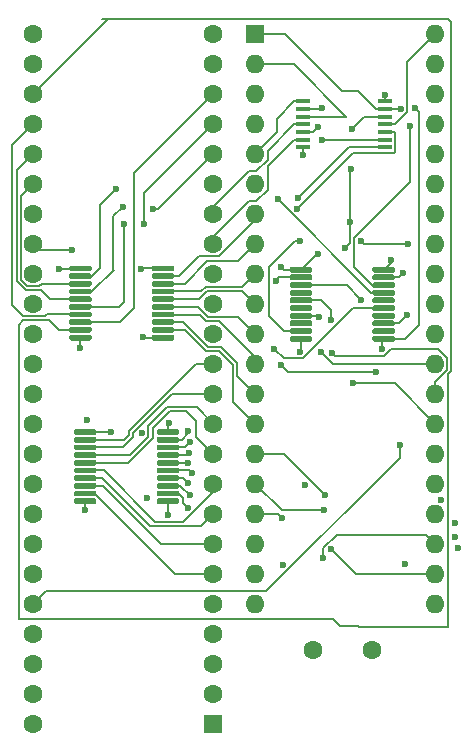
<source format=gbr>
G04 #@! TF.GenerationSoftware,KiCad,Pcbnew,(5.1.8)-1*
G04 #@! TF.CreationDate,2021-03-17T09:54:22-07:00*
G04 #@! TF.ProjectId,MCL64,4d434c36-342e-46b6-9963-61645f706362,rev?*
G04 #@! TF.SameCoordinates,Original*
G04 #@! TF.FileFunction,Copper,L1,Top*
G04 #@! TF.FilePolarity,Positive*
%FSLAX46Y46*%
G04 Gerber Fmt 4.6, Leading zero omitted, Abs format (unit mm)*
G04 Created by KiCad (PCBNEW (5.1.8)-1) date 2021-03-17 09:54:22*
%MOMM*%
%LPD*%
G01*
G04 APERTURE LIST*
G04 #@! TA.AperFunction,ComponentPad*
%ADD10C,1.600000*%
G04 #@! TD*
G04 #@! TA.AperFunction,ComponentPad*
%ADD11R,1.600000X1.600000*%
G04 #@! TD*
G04 #@! TA.AperFunction,SMDPad,CuDef*
%ADD12R,1.200000X0.400000*%
G04 #@! TD*
G04 #@! TA.AperFunction,ComponentPad*
%ADD13O,1.600000X1.600000*%
G04 #@! TD*
G04 #@! TA.AperFunction,ViaPad*
%ADD14C,0.600000*%
G04 #@! TD*
G04 #@! TA.AperFunction,Conductor*
%ADD15C,0.177800*%
G04 #@! TD*
G04 APERTURE END LIST*
D10*
X118532920Y-136410700D03*
X113532920Y-136410700D03*
X89847420Y-142618460D03*
X89847420Y-140078460D03*
X89847420Y-137538460D03*
X89847420Y-134998460D03*
X89847420Y-132458460D03*
X89847420Y-129918460D03*
X89847420Y-127378460D03*
X89847420Y-124838460D03*
X89847420Y-122298460D03*
X89847420Y-119758460D03*
X89847420Y-117218460D03*
X89847420Y-114678460D03*
X89847420Y-112138460D03*
X89847420Y-109598460D03*
D11*
X105087420Y-142618460D03*
D10*
X105087420Y-140078460D03*
X105087420Y-137538460D03*
X105087420Y-134998460D03*
X105087420Y-132458460D03*
X105087420Y-129918460D03*
X105087420Y-127378460D03*
X105087420Y-124838460D03*
X105087420Y-122298460D03*
X105087420Y-119758460D03*
X105087420Y-117218460D03*
X105087420Y-114678460D03*
X105087420Y-112138460D03*
X89847420Y-107058460D03*
X89847420Y-104518460D03*
X89847420Y-101978460D03*
X89847420Y-99438460D03*
X89847420Y-96898460D03*
X89847420Y-94358460D03*
X89847420Y-91818460D03*
X89847420Y-89278460D03*
X89847420Y-86738460D03*
X89847420Y-84198460D03*
X105087420Y-84198460D03*
X105087420Y-86738460D03*
X105087420Y-89278460D03*
X105087420Y-91818460D03*
X105087420Y-109598460D03*
X105087420Y-107058460D03*
X105087420Y-104518460D03*
X105087420Y-94358460D03*
X105087420Y-96898460D03*
X105087420Y-99438460D03*
X105087420Y-101978460D03*
G04 #@! TA.AperFunction,SMDPad,CuDef*
G36*
G01*
X118561960Y-104306720D02*
X118561960Y-104056720D01*
G75*
G02*
X118686960Y-103931720I125000J0D01*
G01*
X120336960Y-103931720D01*
G75*
G02*
X120461960Y-104056720I0J-125000D01*
G01*
X120461960Y-104306720D01*
G75*
G02*
X120336960Y-104431720I-125000J0D01*
G01*
X118686960Y-104431720D01*
G75*
G02*
X118561960Y-104306720I0J125000D01*
G01*
G37*
G04 #@! TD.AperFunction*
G04 #@! TA.AperFunction,SMDPad,CuDef*
G36*
G01*
X118561960Y-104956720D02*
X118561960Y-104706720D01*
G75*
G02*
X118686960Y-104581720I125000J0D01*
G01*
X120336960Y-104581720D01*
G75*
G02*
X120461960Y-104706720I0J-125000D01*
G01*
X120461960Y-104956720D01*
G75*
G02*
X120336960Y-105081720I-125000J0D01*
G01*
X118686960Y-105081720D01*
G75*
G02*
X118561960Y-104956720I0J125000D01*
G01*
G37*
G04 #@! TD.AperFunction*
G04 #@! TA.AperFunction,SMDPad,CuDef*
G36*
G01*
X118561960Y-105606720D02*
X118561960Y-105356720D01*
G75*
G02*
X118686960Y-105231720I125000J0D01*
G01*
X120336960Y-105231720D01*
G75*
G02*
X120461960Y-105356720I0J-125000D01*
G01*
X120461960Y-105606720D01*
G75*
G02*
X120336960Y-105731720I-125000J0D01*
G01*
X118686960Y-105731720D01*
G75*
G02*
X118561960Y-105606720I0J125000D01*
G01*
G37*
G04 #@! TD.AperFunction*
G04 #@! TA.AperFunction,SMDPad,CuDef*
G36*
G01*
X118561960Y-106256720D02*
X118561960Y-106006720D01*
G75*
G02*
X118686960Y-105881720I125000J0D01*
G01*
X120336960Y-105881720D01*
G75*
G02*
X120461960Y-106006720I0J-125000D01*
G01*
X120461960Y-106256720D01*
G75*
G02*
X120336960Y-106381720I-125000J0D01*
G01*
X118686960Y-106381720D01*
G75*
G02*
X118561960Y-106256720I0J125000D01*
G01*
G37*
G04 #@! TD.AperFunction*
G04 #@! TA.AperFunction,SMDPad,CuDef*
G36*
G01*
X118561960Y-106906720D02*
X118561960Y-106656720D01*
G75*
G02*
X118686960Y-106531720I125000J0D01*
G01*
X120336960Y-106531720D01*
G75*
G02*
X120461960Y-106656720I0J-125000D01*
G01*
X120461960Y-106906720D01*
G75*
G02*
X120336960Y-107031720I-125000J0D01*
G01*
X118686960Y-107031720D01*
G75*
G02*
X118561960Y-106906720I0J125000D01*
G01*
G37*
G04 #@! TD.AperFunction*
G04 #@! TA.AperFunction,SMDPad,CuDef*
G36*
G01*
X118561960Y-107556720D02*
X118561960Y-107306720D01*
G75*
G02*
X118686960Y-107181720I125000J0D01*
G01*
X120336960Y-107181720D01*
G75*
G02*
X120461960Y-107306720I0J-125000D01*
G01*
X120461960Y-107556720D01*
G75*
G02*
X120336960Y-107681720I-125000J0D01*
G01*
X118686960Y-107681720D01*
G75*
G02*
X118561960Y-107556720I0J125000D01*
G01*
G37*
G04 #@! TD.AperFunction*
G04 #@! TA.AperFunction,SMDPad,CuDef*
G36*
G01*
X118561960Y-108206720D02*
X118561960Y-107956720D01*
G75*
G02*
X118686960Y-107831720I125000J0D01*
G01*
X120336960Y-107831720D01*
G75*
G02*
X120461960Y-107956720I0J-125000D01*
G01*
X120461960Y-108206720D01*
G75*
G02*
X120336960Y-108331720I-125000J0D01*
G01*
X118686960Y-108331720D01*
G75*
G02*
X118561960Y-108206720I0J125000D01*
G01*
G37*
G04 #@! TD.AperFunction*
G04 #@! TA.AperFunction,SMDPad,CuDef*
G36*
G01*
X118561960Y-108856720D02*
X118561960Y-108606720D01*
G75*
G02*
X118686960Y-108481720I125000J0D01*
G01*
X120336960Y-108481720D01*
G75*
G02*
X120461960Y-108606720I0J-125000D01*
G01*
X120461960Y-108856720D01*
G75*
G02*
X120336960Y-108981720I-125000J0D01*
G01*
X118686960Y-108981720D01*
G75*
G02*
X118561960Y-108856720I0J125000D01*
G01*
G37*
G04 #@! TD.AperFunction*
G04 #@! TA.AperFunction,SMDPad,CuDef*
G36*
G01*
X118561960Y-109506720D02*
X118561960Y-109256720D01*
G75*
G02*
X118686960Y-109131720I125000J0D01*
G01*
X120336960Y-109131720D01*
G75*
G02*
X120461960Y-109256720I0J-125000D01*
G01*
X120461960Y-109506720D01*
G75*
G02*
X120336960Y-109631720I-125000J0D01*
G01*
X118686960Y-109631720D01*
G75*
G02*
X118561960Y-109506720I0J125000D01*
G01*
G37*
G04 #@! TD.AperFunction*
G04 #@! TA.AperFunction,SMDPad,CuDef*
G36*
G01*
X118561960Y-110156720D02*
X118561960Y-109906720D01*
G75*
G02*
X118686960Y-109781720I125000J0D01*
G01*
X120336960Y-109781720D01*
G75*
G02*
X120461960Y-109906720I0J-125000D01*
G01*
X120461960Y-110156720D01*
G75*
G02*
X120336960Y-110281720I-125000J0D01*
G01*
X118686960Y-110281720D01*
G75*
G02*
X118561960Y-110156720I0J125000D01*
G01*
G37*
G04 #@! TD.AperFunction*
G04 #@! TA.AperFunction,SMDPad,CuDef*
G36*
G01*
X111561960Y-110156720D02*
X111561960Y-109906720D01*
G75*
G02*
X111686960Y-109781720I125000J0D01*
G01*
X113336960Y-109781720D01*
G75*
G02*
X113461960Y-109906720I0J-125000D01*
G01*
X113461960Y-110156720D01*
G75*
G02*
X113336960Y-110281720I-125000J0D01*
G01*
X111686960Y-110281720D01*
G75*
G02*
X111561960Y-110156720I0J125000D01*
G01*
G37*
G04 #@! TD.AperFunction*
G04 #@! TA.AperFunction,SMDPad,CuDef*
G36*
G01*
X111561960Y-109506720D02*
X111561960Y-109256720D01*
G75*
G02*
X111686960Y-109131720I125000J0D01*
G01*
X113336960Y-109131720D01*
G75*
G02*
X113461960Y-109256720I0J-125000D01*
G01*
X113461960Y-109506720D01*
G75*
G02*
X113336960Y-109631720I-125000J0D01*
G01*
X111686960Y-109631720D01*
G75*
G02*
X111561960Y-109506720I0J125000D01*
G01*
G37*
G04 #@! TD.AperFunction*
G04 #@! TA.AperFunction,SMDPad,CuDef*
G36*
G01*
X111561960Y-108856720D02*
X111561960Y-108606720D01*
G75*
G02*
X111686960Y-108481720I125000J0D01*
G01*
X113336960Y-108481720D01*
G75*
G02*
X113461960Y-108606720I0J-125000D01*
G01*
X113461960Y-108856720D01*
G75*
G02*
X113336960Y-108981720I-125000J0D01*
G01*
X111686960Y-108981720D01*
G75*
G02*
X111561960Y-108856720I0J125000D01*
G01*
G37*
G04 #@! TD.AperFunction*
G04 #@! TA.AperFunction,SMDPad,CuDef*
G36*
G01*
X111561960Y-108206720D02*
X111561960Y-107956720D01*
G75*
G02*
X111686960Y-107831720I125000J0D01*
G01*
X113336960Y-107831720D01*
G75*
G02*
X113461960Y-107956720I0J-125000D01*
G01*
X113461960Y-108206720D01*
G75*
G02*
X113336960Y-108331720I-125000J0D01*
G01*
X111686960Y-108331720D01*
G75*
G02*
X111561960Y-108206720I0J125000D01*
G01*
G37*
G04 #@! TD.AperFunction*
G04 #@! TA.AperFunction,SMDPad,CuDef*
G36*
G01*
X111561960Y-107556720D02*
X111561960Y-107306720D01*
G75*
G02*
X111686960Y-107181720I125000J0D01*
G01*
X113336960Y-107181720D01*
G75*
G02*
X113461960Y-107306720I0J-125000D01*
G01*
X113461960Y-107556720D01*
G75*
G02*
X113336960Y-107681720I-125000J0D01*
G01*
X111686960Y-107681720D01*
G75*
G02*
X111561960Y-107556720I0J125000D01*
G01*
G37*
G04 #@! TD.AperFunction*
G04 #@! TA.AperFunction,SMDPad,CuDef*
G36*
G01*
X111561960Y-106906720D02*
X111561960Y-106656720D01*
G75*
G02*
X111686960Y-106531720I125000J0D01*
G01*
X113336960Y-106531720D01*
G75*
G02*
X113461960Y-106656720I0J-125000D01*
G01*
X113461960Y-106906720D01*
G75*
G02*
X113336960Y-107031720I-125000J0D01*
G01*
X111686960Y-107031720D01*
G75*
G02*
X111561960Y-106906720I0J125000D01*
G01*
G37*
G04 #@! TD.AperFunction*
G04 #@! TA.AperFunction,SMDPad,CuDef*
G36*
G01*
X111561960Y-106256720D02*
X111561960Y-106006720D01*
G75*
G02*
X111686960Y-105881720I125000J0D01*
G01*
X113336960Y-105881720D01*
G75*
G02*
X113461960Y-106006720I0J-125000D01*
G01*
X113461960Y-106256720D01*
G75*
G02*
X113336960Y-106381720I-125000J0D01*
G01*
X111686960Y-106381720D01*
G75*
G02*
X111561960Y-106256720I0J125000D01*
G01*
G37*
G04 #@! TD.AperFunction*
G04 #@! TA.AperFunction,SMDPad,CuDef*
G36*
G01*
X111561960Y-105606720D02*
X111561960Y-105356720D01*
G75*
G02*
X111686960Y-105231720I125000J0D01*
G01*
X113336960Y-105231720D01*
G75*
G02*
X113461960Y-105356720I0J-125000D01*
G01*
X113461960Y-105606720D01*
G75*
G02*
X113336960Y-105731720I-125000J0D01*
G01*
X111686960Y-105731720D01*
G75*
G02*
X111561960Y-105606720I0J125000D01*
G01*
G37*
G04 #@! TD.AperFunction*
G04 #@! TA.AperFunction,SMDPad,CuDef*
G36*
G01*
X111561960Y-104956720D02*
X111561960Y-104706720D01*
G75*
G02*
X111686960Y-104581720I125000J0D01*
G01*
X113336960Y-104581720D01*
G75*
G02*
X113461960Y-104706720I0J-125000D01*
G01*
X113461960Y-104956720D01*
G75*
G02*
X113336960Y-105081720I-125000J0D01*
G01*
X111686960Y-105081720D01*
G75*
G02*
X111561960Y-104956720I0J125000D01*
G01*
G37*
G04 #@! TD.AperFunction*
G04 #@! TA.AperFunction,SMDPad,CuDef*
G36*
G01*
X111561960Y-104306720D02*
X111561960Y-104056720D01*
G75*
G02*
X111686960Y-103931720I125000J0D01*
G01*
X113336960Y-103931720D01*
G75*
G02*
X113461960Y-104056720I0J-125000D01*
G01*
X113461960Y-104306720D01*
G75*
G02*
X113336960Y-104431720I-125000J0D01*
G01*
X111686960Y-104431720D01*
G75*
G02*
X111561960Y-104306720I0J125000D01*
G01*
G37*
G04 #@! TD.AperFunction*
D12*
X119614360Y-89929420D03*
X119614360Y-90579420D03*
X119614360Y-91229420D03*
X119614360Y-91879420D03*
X119614360Y-92529420D03*
X119614360Y-93179420D03*
X119614360Y-93829420D03*
X112714360Y-93829420D03*
X112714360Y-93179420D03*
X112714360Y-92529420D03*
X112714360Y-91879420D03*
X112714360Y-91229420D03*
X112714360Y-90579420D03*
X112714360Y-89929420D03*
G04 #@! TA.AperFunction,SMDPad,CuDef*
G36*
G01*
X100291740Y-118058280D02*
X100291740Y-117808280D01*
G75*
G02*
X100416740Y-117683280I125000J0D01*
G01*
X102066740Y-117683280D01*
G75*
G02*
X102191740Y-117808280I0J-125000D01*
G01*
X102191740Y-118058280D01*
G75*
G02*
X102066740Y-118183280I-125000J0D01*
G01*
X100416740Y-118183280D01*
G75*
G02*
X100291740Y-118058280I0J125000D01*
G01*
G37*
G04 #@! TD.AperFunction*
G04 #@! TA.AperFunction,SMDPad,CuDef*
G36*
G01*
X100291740Y-118708280D02*
X100291740Y-118458280D01*
G75*
G02*
X100416740Y-118333280I125000J0D01*
G01*
X102066740Y-118333280D01*
G75*
G02*
X102191740Y-118458280I0J-125000D01*
G01*
X102191740Y-118708280D01*
G75*
G02*
X102066740Y-118833280I-125000J0D01*
G01*
X100416740Y-118833280D01*
G75*
G02*
X100291740Y-118708280I0J125000D01*
G01*
G37*
G04 #@! TD.AperFunction*
G04 #@! TA.AperFunction,SMDPad,CuDef*
G36*
G01*
X100291740Y-119358280D02*
X100291740Y-119108280D01*
G75*
G02*
X100416740Y-118983280I125000J0D01*
G01*
X102066740Y-118983280D01*
G75*
G02*
X102191740Y-119108280I0J-125000D01*
G01*
X102191740Y-119358280D01*
G75*
G02*
X102066740Y-119483280I-125000J0D01*
G01*
X100416740Y-119483280D01*
G75*
G02*
X100291740Y-119358280I0J125000D01*
G01*
G37*
G04 #@! TD.AperFunction*
G04 #@! TA.AperFunction,SMDPad,CuDef*
G36*
G01*
X100291740Y-120008280D02*
X100291740Y-119758280D01*
G75*
G02*
X100416740Y-119633280I125000J0D01*
G01*
X102066740Y-119633280D01*
G75*
G02*
X102191740Y-119758280I0J-125000D01*
G01*
X102191740Y-120008280D01*
G75*
G02*
X102066740Y-120133280I-125000J0D01*
G01*
X100416740Y-120133280D01*
G75*
G02*
X100291740Y-120008280I0J125000D01*
G01*
G37*
G04 #@! TD.AperFunction*
G04 #@! TA.AperFunction,SMDPad,CuDef*
G36*
G01*
X100291740Y-120658280D02*
X100291740Y-120408280D01*
G75*
G02*
X100416740Y-120283280I125000J0D01*
G01*
X102066740Y-120283280D01*
G75*
G02*
X102191740Y-120408280I0J-125000D01*
G01*
X102191740Y-120658280D01*
G75*
G02*
X102066740Y-120783280I-125000J0D01*
G01*
X100416740Y-120783280D01*
G75*
G02*
X100291740Y-120658280I0J125000D01*
G01*
G37*
G04 #@! TD.AperFunction*
G04 #@! TA.AperFunction,SMDPad,CuDef*
G36*
G01*
X100291740Y-121308280D02*
X100291740Y-121058280D01*
G75*
G02*
X100416740Y-120933280I125000J0D01*
G01*
X102066740Y-120933280D01*
G75*
G02*
X102191740Y-121058280I0J-125000D01*
G01*
X102191740Y-121308280D01*
G75*
G02*
X102066740Y-121433280I-125000J0D01*
G01*
X100416740Y-121433280D01*
G75*
G02*
X100291740Y-121308280I0J125000D01*
G01*
G37*
G04 #@! TD.AperFunction*
G04 #@! TA.AperFunction,SMDPad,CuDef*
G36*
G01*
X100291740Y-121958280D02*
X100291740Y-121708280D01*
G75*
G02*
X100416740Y-121583280I125000J0D01*
G01*
X102066740Y-121583280D01*
G75*
G02*
X102191740Y-121708280I0J-125000D01*
G01*
X102191740Y-121958280D01*
G75*
G02*
X102066740Y-122083280I-125000J0D01*
G01*
X100416740Y-122083280D01*
G75*
G02*
X100291740Y-121958280I0J125000D01*
G01*
G37*
G04 #@! TD.AperFunction*
G04 #@! TA.AperFunction,SMDPad,CuDef*
G36*
G01*
X100291740Y-122608280D02*
X100291740Y-122358280D01*
G75*
G02*
X100416740Y-122233280I125000J0D01*
G01*
X102066740Y-122233280D01*
G75*
G02*
X102191740Y-122358280I0J-125000D01*
G01*
X102191740Y-122608280D01*
G75*
G02*
X102066740Y-122733280I-125000J0D01*
G01*
X100416740Y-122733280D01*
G75*
G02*
X100291740Y-122608280I0J125000D01*
G01*
G37*
G04 #@! TD.AperFunction*
G04 #@! TA.AperFunction,SMDPad,CuDef*
G36*
G01*
X100291740Y-123258280D02*
X100291740Y-123008280D01*
G75*
G02*
X100416740Y-122883280I125000J0D01*
G01*
X102066740Y-122883280D01*
G75*
G02*
X102191740Y-123008280I0J-125000D01*
G01*
X102191740Y-123258280D01*
G75*
G02*
X102066740Y-123383280I-125000J0D01*
G01*
X100416740Y-123383280D01*
G75*
G02*
X100291740Y-123258280I0J125000D01*
G01*
G37*
G04 #@! TD.AperFunction*
G04 #@! TA.AperFunction,SMDPad,CuDef*
G36*
G01*
X100291740Y-123908280D02*
X100291740Y-123658280D01*
G75*
G02*
X100416740Y-123533280I125000J0D01*
G01*
X102066740Y-123533280D01*
G75*
G02*
X102191740Y-123658280I0J-125000D01*
G01*
X102191740Y-123908280D01*
G75*
G02*
X102066740Y-124033280I-125000J0D01*
G01*
X100416740Y-124033280D01*
G75*
G02*
X100291740Y-123908280I0J125000D01*
G01*
G37*
G04 #@! TD.AperFunction*
G04 #@! TA.AperFunction,SMDPad,CuDef*
G36*
G01*
X93291740Y-123908280D02*
X93291740Y-123658280D01*
G75*
G02*
X93416740Y-123533280I125000J0D01*
G01*
X95066740Y-123533280D01*
G75*
G02*
X95191740Y-123658280I0J-125000D01*
G01*
X95191740Y-123908280D01*
G75*
G02*
X95066740Y-124033280I-125000J0D01*
G01*
X93416740Y-124033280D01*
G75*
G02*
X93291740Y-123908280I0J125000D01*
G01*
G37*
G04 #@! TD.AperFunction*
G04 #@! TA.AperFunction,SMDPad,CuDef*
G36*
G01*
X93291740Y-123258280D02*
X93291740Y-123008280D01*
G75*
G02*
X93416740Y-122883280I125000J0D01*
G01*
X95066740Y-122883280D01*
G75*
G02*
X95191740Y-123008280I0J-125000D01*
G01*
X95191740Y-123258280D01*
G75*
G02*
X95066740Y-123383280I-125000J0D01*
G01*
X93416740Y-123383280D01*
G75*
G02*
X93291740Y-123258280I0J125000D01*
G01*
G37*
G04 #@! TD.AperFunction*
G04 #@! TA.AperFunction,SMDPad,CuDef*
G36*
G01*
X93291740Y-122608280D02*
X93291740Y-122358280D01*
G75*
G02*
X93416740Y-122233280I125000J0D01*
G01*
X95066740Y-122233280D01*
G75*
G02*
X95191740Y-122358280I0J-125000D01*
G01*
X95191740Y-122608280D01*
G75*
G02*
X95066740Y-122733280I-125000J0D01*
G01*
X93416740Y-122733280D01*
G75*
G02*
X93291740Y-122608280I0J125000D01*
G01*
G37*
G04 #@! TD.AperFunction*
G04 #@! TA.AperFunction,SMDPad,CuDef*
G36*
G01*
X93291740Y-121958280D02*
X93291740Y-121708280D01*
G75*
G02*
X93416740Y-121583280I125000J0D01*
G01*
X95066740Y-121583280D01*
G75*
G02*
X95191740Y-121708280I0J-125000D01*
G01*
X95191740Y-121958280D01*
G75*
G02*
X95066740Y-122083280I-125000J0D01*
G01*
X93416740Y-122083280D01*
G75*
G02*
X93291740Y-121958280I0J125000D01*
G01*
G37*
G04 #@! TD.AperFunction*
G04 #@! TA.AperFunction,SMDPad,CuDef*
G36*
G01*
X93291740Y-121308280D02*
X93291740Y-121058280D01*
G75*
G02*
X93416740Y-120933280I125000J0D01*
G01*
X95066740Y-120933280D01*
G75*
G02*
X95191740Y-121058280I0J-125000D01*
G01*
X95191740Y-121308280D01*
G75*
G02*
X95066740Y-121433280I-125000J0D01*
G01*
X93416740Y-121433280D01*
G75*
G02*
X93291740Y-121308280I0J125000D01*
G01*
G37*
G04 #@! TD.AperFunction*
G04 #@! TA.AperFunction,SMDPad,CuDef*
G36*
G01*
X93291740Y-120658280D02*
X93291740Y-120408280D01*
G75*
G02*
X93416740Y-120283280I125000J0D01*
G01*
X95066740Y-120283280D01*
G75*
G02*
X95191740Y-120408280I0J-125000D01*
G01*
X95191740Y-120658280D01*
G75*
G02*
X95066740Y-120783280I-125000J0D01*
G01*
X93416740Y-120783280D01*
G75*
G02*
X93291740Y-120658280I0J125000D01*
G01*
G37*
G04 #@! TD.AperFunction*
G04 #@! TA.AperFunction,SMDPad,CuDef*
G36*
G01*
X93291740Y-120008280D02*
X93291740Y-119758280D01*
G75*
G02*
X93416740Y-119633280I125000J0D01*
G01*
X95066740Y-119633280D01*
G75*
G02*
X95191740Y-119758280I0J-125000D01*
G01*
X95191740Y-120008280D01*
G75*
G02*
X95066740Y-120133280I-125000J0D01*
G01*
X93416740Y-120133280D01*
G75*
G02*
X93291740Y-120008280I0J125000D01*
G01*
G37*
G04 #@! TD.AperFunction*
G04 #@! TA.AperFunction,SMDPad,CuDef*
G36*
G01*
X93291740Y-119358280D02*
X93291740Y-119108280D01*
G75*
G02*
X93416740Y-118983280I125000J0D01*
G01*
X95066740Y-118983280D01*
G75*
G02*
X95191740Y-119108280I0J-125000D01*
G01*
X95191740Y-119358280D01*
G75*
G02*
X95066740Y-119483280I-125000J0D01*
G01*
X93416740Y-119483280D01*
G75*
G02*
X93291740Y-119358280I0J125000D01*
G01*
G37*
G04 #@! TD.AperFunction*
G04 #@! TA.AperFunction,SMDPad,CuDef*
G36*
G01*
X93291740Y-118708280D02*
X93291740Y-118458280D01*
G75*
G02*
X93416740Y-118333280I125000J0D01*
G01*
X95066740Y-118333280D01*
G75*
G02*
X95191740Y-118458280I0J-125000D01*
G01*
X95191740Y-118708280D01*
G75*
G02*
X95066740Y-118833280I-125000J0D01*
G01*
X93416740Y-118833280D01*
G75*
G02*
X93291740Y-118708280I0J125000D01*
G01*
G37*
G04 #@! TD.AperFunction*
G04 #@! TA.AperFunction,SMDPad,CuDef*
G36*
G01*
X93291740Y-118058280D02*
X93291740Y-117808280D01*
G75*
G02*
X93416740Y-117683280I125000J0D01*
G01*
X95066740Y-117683280D01*
G75*
G02*
X95191740Y-117808280I0J-125000D01*
G01*
X95191740Y-118058280D01*
G75*
G02*
X95066740Y-118183280I-125000J0D01*
G01*
X93416740Y-118183280D01*
G75*
G02*
X93291740Y-118058280I0J125000D01*
G01*
G37*
G04 #@! TD.AperFunction*
G04 #@! TA.AperFunction,SMDPad,CuDef*
G36*
G01*
X99885340Y-104202580D02*
X99885340Y-103952580D01*
G75*
G02*
X100010340Y-103827580I125000J0D01*
G01*
X101660340Y-103827580D01*
G75*
G02*
X101785340Y-103952580I0J-125000D01*
G01*
X101785340Y-104202580D01*
G75*
G02*
X101660340Y-104327580I-125000J0D01*
G01*
X100010340Y-104327580D01*
G75*
G02*
X99885340Y-104202580I0J125000D01*
G01*
G37*
G04 #@! TD.AperFunction*
G04 #@! TA.AperFunction,SMDPad,CuDef*
G36*
G01*
X99885340Y-104852580D02*
X99885340Y-104602580D01*
G75*
G02*
X100010340Y-104477580I125000J0D01*
G01*
X101660340Y-104477580D01*
G75*
G02*
X101785340Y-104602580I0J-125000D01*
G01*
X101785340Y-104852580D01*
G75*
G02*
X101660340Y-104977580I-125000J0D01*
G01*
X100010340Y-104977580D01*
G75*
G02*
X99885340Y-104852580I0J125000D01*
G01*
G37*
G04 #@! TD.AperFunction*
G04 #@! TA.AperFunction,SMDPad,CuDef*
G36*
G01*
X99885340Y-105502580D02*
X99885340Y-105252580D01*
G75*
G02*
X100010340Y-105127580I125000J0D01*
G01*
X101660340Y-105127580D01*
G75*
G02*
X101785340Y-105252580I0J-125000D01*
G01*
X101785340Y-105502580D01*
G75*
G02*
X101660340Y-105627580I-125000J0D01*
G01*
X100010340Y-105627580D01*
G75*
G02*
X99885340Y-105502580I0J125000D01*
G01*
G37*
G04 #@! TD.AperFunction*
G04 #@! TA.AperFunction,SMDPad,CuDef*
G36*
G01*
X99885340Y-106152580D02*
X99885340Y-105902580D01*
G75*
G02*
X100010340Y-105777580I125000J0D01*
G01*
X101660340Y-105777580D01*
G75*
G02*
X101785340Y-105902580I0J-125000D01*
G01*
X101785340Y-106152580D01*
G75*
G02*
X101660340Y-106277580I-125000J0D01*
G01*
X100010340Y-106277580D01*
G75*
G02*
X99885340Y-106152580I0J125000D01*
G01*
G37*
G04 #@! TD.AperFunction*
G04 #@! TA.AperFunction,SMDPad,CuDef*
G36*
G01*
X99885340Y-106802580D02*
X99885340Y-106552580D01*
G75*
G02*
X100010340Y-106427580I125000J0D01*
G01*
X101660340Y-106427580D01*
G75*
G02*
X101785340Y-106552580I0J-125000D01*
G01*
X101785340Y-106802580D01*
G75*
G02*
X101660340Y-106927580I-125000J0D01*
G01*
X100010340Y-106927580D01*
G75*
G02*
X99885340Y-106802580I0J125000D01*
G01*
G37*
G04 #@! TD.AperFunction*
G04 #@! TA.AperFunction,SMDPad,CuDef*
G36*
G01*
X99885340Y-107452580D02*
X99885340Y-107202580D01*
G75*
G02*
X100010340Y-107077580I125000J0D01*
G01*
X101660340Y-107077580D01*
G75*
G02*
X101785340Y-107202580I0J-125000D01*
G01*
X101785340Y-107452580D01*
G75*
G02*
X101660340Y-107577580I-125000J0D01*
G01*
X100010340Y-107577580D01*
G75*
G02*
X99885340Y-107452580I0J125000D01*
G01*
G37*
G04 #@! TD.AperFunction*
G04 #@! TA.AperFunction,SMDPad,CuDef*
G36*
G01*
X99885340Y-108102580D02*
X99885340Y-107852580D01*
G75*
G02*
X100010340Y-107727580I125000J0D01*
G01*
X101660340Y-107727580D01*
G75*
G02*
X101785340Y-107852580I0J-125000D01*
G01*
X101785340Y-108102580D01*
G75*
G02*
X101660340Y-108227580I-125000J0D01*
G01*
X100010340Y-108227580D01*
G75*
G02*
X99885340Y-108102580I0J125000D01*
G01*
G37*
G04 #@! TD.AperFunction*
G04 #@! TA.AperFunction,SMDPad,CuDef*
G36*
G01*
X99885340Y-108752580D02*
X99885340Y-108502580D01*
G75*
G02*
X100010340Y-108377580I125000J0D01*
G01*
X101660340Y-108377580D01*
G75*
G02*
X101785340Y-108502580I0J-125000D01*
G01*
X101785340Y-108752580D01*
G75*
G02*
X101660340Y-108877580I-125000J0D01*
G01*
X100010340Y-108877580D01*
G75*
G02*
X99885340Y-108752580I0J125000D01*
G01*
G37*
G04 #@! TD.AperFunction*
G04 #@! TA.AperFunction,SMDPad,CuDef*
G36*
G01*
X99885340Y-109402580D02*
X99885340Y-109152580D01*
G75*
G02*
X100010340Y-109027580I125000J0D01*
G01*
X101660340Y-109027580D01*
G75*
G02*
X101785340Y-109152580I0J-125000D01*
G01*
X101785340Y-109402580D01*
G75*
G02*
X101660340Y-109527580I-125000J0D01*
G01*
X100010340Y-109527580D01*
G75*
G02*
X99885340Y-109402580I0J125000D01*
G01*
G37*
G04 #@! TD.AperFunction*
G04 #@! TA.AperFunction,SMDPad,CuDef*
G36*
G01*
X99885340Y-110052580D02*
X99885340Y-109802580D01*
G75*
G02*
X100010340Y-109677580I125000J0D01*
G01*
X101660340Y-109677580D01*
G75*
G02*
X101785340Y-109802580I0J-125000D01*
G01*
X101785340Y-110052580D01*
G75*
G02*
X101660340Y-110177580I-125000J0D01*
G01*
X100010340Y-110177580D01*
G75*
G02*
X99885340Y-110052580I0J125000D01*
G01*
G37*
G04 #@! TD.AperFunction*
G04 #@! TA.AperFunction,SMDPad,CuDef*
G36*
G01*
X92885340Y-110052580D02*
X92885340Y-109802580D01*
G75*
G02*
X93010340Y-109677580I125000J0D01*
G01*
X94660340Y-109677580D01*
G75*
G02*
X94785340Y-109802580I0J-125000D01*
G01*
X94785340Y-110052580D01*
G75*
G02*
X94660340Y-110177580I-125000J0D01*
G01*
X93010340Y-110177580D01*
G75*
G02*
X92885340Y-110052580I0J125000D01*
G01*
G37*
G04 #@! TD.AperFunction*
G04 #@! TA.AperFunction,SMDPad,CuDef*
G36*
G01*
X92885340Y-109402580D02*
X92885340Y-109152580D01*
G75*
G02*
X93010340Y-109027580I125000J0D01*
G01*
X94660340Y-109027580D01*
G75*
G02*
X94785340Y-109152580I0J-125000D01*
G01*
X94785340Y-109402580D01*
G75*
G02*
X94660340Y-109527580I-125000J0D01*
G01*
X93010340Y-109527580D01*
G75*
G02*
X92885340Y-109402580I0J125000D01*
G01*
G37*
G04 #@! TD.AperFunction*
G04 #@! TA.AperFunction,SMDPad,CuDef*
G36*
G01*
X92885340Y-108752580D02*
X92885340Y-108502580D01*
G75*
G02*
X93010340Y-108377580I125000J0D01*
G01*
X94660340Y-108377580D01*
G75*
G02*
X94785340Y-108502580I0J-125000D01*
G01*
X94785340Y-108752580D01*
G75*
G02*
X94660340Y-108877580I-125000J0D01*
G01*
X93010340Y-108877580D01*
G75*
G02*
X92885340Y-108752580I0J125000D01*
G01*
G37*
G04 #@! TD.AperFunction*
G04 #@! TA.AperFunction,SMDPad,CuDef*
G36*
G01*
X92885340Y-108102580D02*
X92885340Y-107852580D01*
G75*
G02*
X93010340Y-107727580I125000J0D01*
G01*
X94660340Y-107727580D01*
G75*
G02*
X94785340Y-107852580I0J-125000D01*
G01*
X94785340Y-108102580D01*
G75*
G02*
X94660340Y-108227580I-125000J0D01*
G01*
X93010340Y-108227580D01*
G75*
G02*
X92885340Y-108102580I0J125000D01*
G01*
G37*
G04 #@! TD.AperFunction*
G04 #@! TA.AperFunction,SMDPad,CuDef*
G36*
G01*
X92885340Y-107452580D02*
X92885340Y-107202580D01*
G75*
G02*
X93010340Y-107077580I125000J0D01*
G01*
X94660340Y-107077580D01*
G75*
G02*
X94785340Y-107202580I0J-125000D01*
G01*
X94785340Y-107452580D01*
G75*
G02*
X94660340Y-107577580I-125000J0D01*
G01*
X93010340Y-107577580D01*
G75*
G02*
X92885340Y-107452580I0J125000D01*
G01*
G37*
G04 #@! TD.AperFunction*
G04 #@! TA.AperFunction,SMDPad,CuDef*
G36*
G01*
X92885340Y-106802580D02*
X92885340Y-106552580D01*
G75*
G02*
X93010340Y-106427580I125000J0D01*
G01*
X94660340Y-106427580D01*
G75*
G02*
X94785340Y-106552580I0J-125000D01*
G01*
X94785340Y-106802580D01*
G75*
G02*
X94660340Y-106927580I-125000J0D01*
G01*
X93010340Y-106927580D01*
G75*
G02*
X92885340Y-106802580I0J125000D01*
G01*
G37*
G04 #@! TD.AperFunction*
G04 #@! TA.AperFunction,SMDPad,CuDef*
G36*
G01*
X92885340Y-106152580D02*
X92885340Y-105902580D01*
G75*
G02*
X93010340Y-105777580I125000J0D01*
G01*
X94660340Y-105777580D01*
G75*
G02*
X94785340Y-105902580I0J-125000D01*
G01*
X94785340Y-106152580D01*
G75*
G02*
X94660340Y-106277580I-125000J0D01*
G01*
X93010340Y-106277580D01*
G75*
G02*
X92885340Y-106152580I0J125000D01*
G01*
G37*
G04 #@! TD.AperFunction*
G04 #@! TA.AperFunction,SMDPad,CuDef*
G36*
G01*
X92885340Y-105502580D02*
X92885340Y-105252580D01*
G75*
G02*
X93010340Y-105127580I125000J0D01*
G01*
X94660340Y-105127580D01*
G75*
G02*
X94785340Y-105252580I0J-125000D01*
G01*
X94785340Y-105502580D01*
G75*
G02*
X94660340Y-105627580I-125000J0D01*
G01*
X93010340Y-105627580D01*
G75*
G02*
X92885340Y-105502580I0J125000D01*
G01*
G37*
G04 #@! TD.AperFunction*
G04 #@! TA.AperFunction,SMDPad,CuDef*
G36*
G01*
X92885340Y-104852580D02*
X92885340Y-104602580D01*
G75*
G02*
X93010340Y-104477580I125000J0D01*
G01*
X94660340Y-104477580D01*
G75*
G02*
X94785340Y-104602580I0J-125000D01*
G01*
X94785340Y-104852580D01*
G75*
G02*
X94660340Y-104977580I-125000J0D01*
G01*
X93010340Y-104977580D01*
G75*
G02*
X92885340Y-104852580I0J125000D01*
G01*
G37*
G04 #@! TD.AperFunction*
G04 #@! TA.AperFunction,SMDPad,CuDef*
G36*
G01*
X92885340Y-104202580D02*
X92885340Y-103952580D01*
G75*
G02*
X93010340Y-103827580I125000J0D01*
G01*
X94660340Y-103827580D01*
G75*
G02*
X94785340Y-103952580I0J-125000D01*
G01*
X94785340Y-104202580D01*
G75*
G02*
X94660340Y-104327580I-125000J0D01*
G01*
X93010340Y-104327580D01*
G75*
G02*
X92885340Y-104202580I0J125000D01*
G01*
G37*
G04 #@! TD.AperFunction*
D13*
X123873260Y-84226400D03*
X108633260Y-132486400D03*
X123873260Y-86766400D03*
X108633260Y-129946400D03*
X123873260Y-89306400D03*
X108633260Y-127406400D03*
X123873260Y-91846400D03*
X108633260Y-124866400D03*
X123873260Y-94386400D03*
X108633260Y-122326400D03*
X123873260Y-96926400D03*
X108633260Y-119786400D03*
X123873260Y-99466400D03*
X108633260Y-117246400D03*
X123873260Y-102006400D03*
X108633260Y-114706400D03*
X123873260Y-104546400D03*
X108633260Y-112166400D03*
X123873260Y-107086400D03*
X108633260Y-109626400D03*
X123873260Y-109626400D03*
X108633260Y-107086400D03*
X123873260Y-112166400D03*
X108633260Y-104546400D03*
X123873260Y-114706400D03*
X108633260Y-102006400D03*
X123873260Y-117246400D03*
X108633260Y-99466400D03*
X123873260Y-119786400D03*
X108633260Y-96926400D03*
X123873260Y-122326400D03*
X108633260Y-94386400D03*
X123873260Y-124866400D03*
X108633260Y-91846400D03*
X123873260Y-127406400D03*
X108633260Y-89306400D03*
X123873260Y-129946400D03*
X108633260Y-86766400D03*
X123873260Y-132486400D03*
D11*
X108633260Y-84226400D03*
D14*
X93776800Y-110850680D03*
X94206060Y-124510800D03*
X121340880Y-129120900D03*
X112682020Y-94510860D03*
X112395000Y-111115140D03*
X99458320Y-123536536D03*
X99030574Y-118039163D03*
X121185940Y-104467660D03*
X98953320Y-104084120D03*
X99118420Y-109893100D03*
X94373415Y-116907004D03*
X119608600Y-89369900D03*
X112861049Y-122387399D03*
X110996055Y-129179915D03*
X101257100Y-124914660D03*
X101300938Y-117150571D03*
X120103900Y-103344980D03*
X120947180Y-90589100D03*
X122163840Y-90528140D03*
X119359680Y-110871000D03*
X118862321Y-112872108D03*
X110794802Y-112227360D03*
X114269520Y-93215460D03*
X113976064Y-92120554D03*
X121737120Y-92024200D03*
X112400080Y-101747320D03*
X114165380Y-111147860D03*
X114003415Y-108203405D03*
X115039140Y-108437680D03*
X115120420Y-111218980D03*
X117617240Y-106718100D03*
X116946680Y-113802160D03*
X102956360Y-117835680D03*
X110944660Y-125211840D03*
X103088440Y-118803420D03*
X114429540Y-124566680D03*
X103045262Y-119715280D03*
X114551460Y-123276360D03*
X102967002Y-120549790D03*
X103272143Y-121413051D03*
X102941119Y-122222260D03*
X103075740Y-123294140D03*
X102981760Y-124340620D03*
X114363500Y-128587500D03*
X115082988Y-127851570D03*
X99213166Y-100345049D03*
X97502980Y-100345049D03*
X100020120Y-99032060D03*
X97401380Y-98902520D03*
X96888300Y-97312480D03*
X113982500Y-102859840D03*
X116662200Y-100159820D03*
X116743480Y-95633540D03*
X114287300Y-90510360D03*
X121592340Y-102029260D03*
X116258340Y-102339140D03*
X117584521Y-101765100D03*
X110789720Y-103929180D03*
X91996260Y-104094280D03*
X125778260Y-127774700D03*
X125544788Y-126779976D03*
X125549660Y-125630940D03*
X124345410Y-123703080D03*
X116791740Y-92273120D03*
X110523020Y-98231960D03*
X110230920Y-110871000D03*
X121495820Y-108013500D03*
X120901460Y-119062500D03*
X110414399Y-105105951D03*
X96464410Y-117940757D03*
X112273080Y-98145600D03*
X112174020Y-99067620D03*
X93139260Y-102532180D03*
D15*
X93835340Y-110792140D02*
X93776800Y-110850680D01*
X93835340Y-109927580D02*
X93835340Y-110792140D01*
X94241740Y-124475120D02*
X94206060Y-124510800D01*
X94241740Y-123783280D02*
X94241740Y-124475120D01*
X112714360Y-94478520D02*
X112682020Y-94510860D01*
X112714360Y-93829420D02*
X112714360Y-94478520D01*
X112511960Y-110998180D02*
X112395000Y-111115140D01*
X112511960Y-110031720D02*
X112511960Y-110998180D01*
X120821880Y-104831720D02*
X121185940Y-104467660D01*
X119511960Y-104831720D02*
X120821880Y-104831720D01*
X98959860Y-104077580D02*
X98953320Y-104084120D01*
X100835340Y-104077580D02*
X98959860Y-104077580D01*
X99152900Y-109927580D02*
X99118420Y-109893100D01*
X100835340Y-109927580D02*
X99152900Y-109927580D01*
X119614360Y-89375660D02*
X119608600Y-89369900D01*
X119614360Y-89929420D02*
X119614360Y-89375660D01*
X101241740Y-124899300D02*
X101257100Y-124914660D01*
X101241740Y-123783280D02*
X101241740Y-124899300D01*
X101241740Y-117933280D02*
X101241740Y-117209769D01*
X101241740Y-117209769D02*
X101300938Y-117150571D01*
X119511960Y-104181720D02*
X120103900Y-103589780D01*
X120103900Y-103589780D02*
X120103900Y-103344980D01*
X118836560Y-90579420D02*
X117297200Y-89040060D01*
X119614360Y-90579420D02*
X118836560Y-90579420D01*
X117297200Y-89040060D02*
X115969140Y-89040060D01*
X111155480Y-84226400D02*
X108633260Y-84226400D01*
X115969140Y-89040060D02*
X111155480Y-84226400D01*
X120937500Y-90579420D02*
X120947180Y-90589100D01*
X119614360Y-90579420D02*
X120937500Y-90579420D01*
X122463839Y-90828139D02*
X122463839Y-108861581D01*
X121293700Y-110031720D02*
X119511960Y-110031720D01*
X122163840Y-90528140D02*
X122463839Y-90828139D01*
X122463839Y-108861581D02*
X121293700Y-110031720D01*
X119359680Y-110184000D02*
X119511960Y-110031720D01*
X119359680Y-110871000D02*
X119359680Y-110184000D01*
X118862321Y-112872108D02*
X111439550Y-112872108D01*
X111439550Y-112872108D02*
X110794802Y-112227360D01*
X123873260Y-84226400D02*
X121513882Y-86585778D01*
X121513882Y-86585778D02*
X121513882Y-90861118D01*
X121513882Y-90861118D02*
X120495580Y-91879420D01*
X120495580Y-91879420D02*
X119614360Y-91879420D01*
X114305560Y-93179420D02*
X114269520Y-93215460D01*
X119614360Y-93179420D02*
X114305560Y-93179420D01*
X112714360Y-92529420D02*
X113567198Y-92529420D01*
X113567198Y-92529420D02*
X113976064Y-92120554D01*
X116347480Y-91229420D02*
X111884460Y-86766400D01*
X112714360Y-91229420D02*
X116347480Y-91229420D01*
X111884460Y-86766400D02*
X108633260Y-86766400D01*
X111936560Y-89929420D02*
X110464600Y-91401380D01*
X112714360Y-89929420D02*
X111936560Y-89929420D01*
X110464600Y-92555060D02*
X108633260Y-94386400D01*
X110464600Y-91401380D02*
X110464600Y-92555060D01*
X119511960Y-105481720D02*
X118561960Y-105481720D01*
X118561960Y-105481720D02*
X117017811Y-103937571D01*
X117017811Y-103937571D02*
X117017811Y-101477549D01*
X121737120Y-96758240D02*
X121737120Y-92024200D01*
X117017811Y-101477549D02*
X121737120Y-96758240D01*
X111975816Y-101747320D02*
X112400080Y-101747320D01*
X109783599Y-103939537D02*
X111975816Y-101747320D01*
X109783599Y-108114819D02*
X109783599Y-103939537D01*
X111050500Y-109381720D02*
X109783599Y-108114819D01*
X112511960Y-109381720D02*
X111050500Y-109381720D01*
X115183920Y-112166400D02*
X123873260Y-112166400D01*
X114165380Y-111147860D02*
X115183920Y-112166400D01*
X112511960Y-108081720D02*
X113881730Y-108081720D01*
X113881730Y-108081720D02*
X114003415Y-108203405D01*
X123873260Y-113669934D02*
X123873260Y-114706400D01*
X124889161Y-112654033D02*
X123873260Y-113669934D01*
X120150417Y-110918981D02*
X124129375Y-110918981D01*
X124889161Y-111678767D02*
X124889161Y-112654033D01*
X119550419Y-111518979D02*
X120150417Y-110918981D01*
X124129375Y-110918981D02*
X124889161Y-111678767D01*
X115420419Y-111518979D02*
X119550419Y-111518979D01*
X115120420Y-111218980D02*
X115420419Y-111518979D01*
X115039140Y-107607100D02*
X115039140Y-108437680D01*
X114213760Y-106781720D02*
X115039140Y-107607100D01*
X112511960Y-106781720D02*
X114213760Y-106781720D01*
X116380860Y-105481720D02*
X117617240Y-106718100D01*
X112511960Y-105481720D02*
X116380860Y-105481720D01*
X120429020Y-113802160D02*
X123873260Y-117246400D01*
X116946680Y-113802160D02*
X120429020Y-113802160D01*
X102396720Y-118583280D02*
X102956360Y-118023640D01*
X102956360Y-118023640D02*
X102956360Y-117835680D01*
X101241740Y-118583280D02*
X102396720Y-118583280D01*
X110599220Y-124866400D02*
X108633260Y-124866400D01*
X110944660Y-125211840D02*
X110599220Y-124866400D01*
X102658580Y-119233280D02*
X103088440Y-118803420D01*
X101241740Y-119233280D02*
X102658580Y-119233280D01*
X114429540Y-124566680D02*
X110873540Y-124566680D01*
X110873540Y-124566680D02*
X108633260Y-122326400D01*
X102877262Y-119883280D02*
X103045262Y-119715280D01*
X101241740Y-119883280D02*
X102877262Y-119883280D01*
X114551460Y-123276360D02*
X111061500Y-119786400D01*
X111061500Y-119786400D02*
X108633260Y-119786400D01*
X101241740Y-120533280D02*
X102950492Y-120533280D01*
X102950492Y-120533280D02*
X102967002Y-120549790D01*
X104479092Y-111071759D02*
X105599437Y-111071759D01*
X102684913Y-109277580D02*
X104479092Y-111071759D01*
X105599437Y-111071759D02*
X106779060Y-112251382D01*
X100835340Y-109277580D02*
X102684913Y-109277580D01*
X106779060Y-115392200D02*
X108633260Y-117246400D01*
X106779060Y-112251382D02*
X106779060Y-115392200D01*
X103042372Y-121183280D02*
X103272143Y-121413051D01*
X101241740Y-121183280D02*
X103042372Y-121183280D01*
X100835340Y-108627580D02*
X102537821Y-108627580D01*
X107134671Y-112104084D02*
X107134671Y-113207811D01*
X107134671Y-113207811D02*
X108633260Y-114706400D01*
X102537821Y-108627580D02*
X104626389Y-110716148D01*
X104626389Y-110716148D02*
X105746735Y-110716148D01*
X105746735Y-110716148D02*
X107134671Y-112104084D01*
X102552139Y-121833280D02*
X102941119Y-122222260D01*
X101241740Y-121833280D02*
X102552139Y-121833280D01*
X108633260Y-111565582D02*
X108633260Y-112166400D01*
X105599437Y-108531759D02*
X108633260Y-111565582D01*
X103924914Y-107977580D02*
X104479093Y-108531759D01*
X100835340Y-107977580D02*
X103924914Y-107977580D01*
X104479093Y-108531759D02*
X105599437Y-108531759D01*
X102264880Y-122483280D02*
X103075740Y-123294140D01*
X101241740Y-122483280D02*
X102264880Y-122483280D01*
X107183008Y-108176148D02*
X108633260Y-109626400D01*
X100835340Y-107327580D02*
X103777822Y-107327580D01*
X103777822Y-107327580D02*
X104626390Y-108176148D01*
X104626390Y-108176148D02*
X107183008Y-108176148D01*
X101241740Y-123133280D02*
X102191740Y-123133280D01*
X102559839Y-123918699D02*
X102981760Y-124340620D01*
X102191740Y-123133280D02*
X102559839Y-123501379D01*
X102559839Y-123501379D02*
X102559839Y-123918699D01*
X107538619Y-105991759D02*
X108633260Y-107086400D01*
X103889582Y-106677580D02*
X104575403Y-105991759D01*
X100835340Y-106677580D02*
X103889582Y-106677580D01*
X104575403Y-105991759D02*
X107538619Y-105991759D01*
X100835340Y-106027580D02*
X104036673Y-106027580D01*
X104036673Y-106027580D02*
X104428105Y-105636148D01*
X104428105Y-105636148D02*
X107543512Y-105636148D01*
X107543512Y-105636148D02*
X108633260Y-104546400D01*
X107187901Y-103451759D02*
X108633260Y-102006400D01*
X104575403Y-103451759D02*
X107187901Y-103451759D01*
X102649582Y-105377580D02*
X104575403Y-103451759D01*
X100835340Y-105377580D02*
X102649582Y-105377580D01*
X108633260Y-100011338D02*
X108633260Y-99466400D01*
X105599437Y-103045161D02*
X108633260Y-100011338D01*
X103863239Y-103045161D02*
X105599437Y-103045161D01*
X102180820Y-104727580D02*
X103863239Y-103045161D01*
X100835340Y-104727580D02*
X102180820Y-104727580D01*
X123873260Y-127406400D02*
X123073261Y-126606401D01*
X114363500Y-127769608D02*
X114363500Y-128587500D01*
X115526707Y-126606401D02*
X114363500Y-127769608D01*
X123073261Y-126606401D02*
X115526707Y-126606401D01*
X117177818Y-129946400D02*
X115082988Y-127851570D01*
X123873260Y-129946400D02*
X117177818Y-129946400D01*
X96151700Y-82974180D02*
X89847420Y-89278460D01*
X124990860Y-82986880D02*
X125008640Y-82969100D01*
X124973080Y-82969100D02*
X95692178Y-82969100D01*
X124990860Y-82986880D02*
X124973080Y-82969100D01*
X125193972Y-83189992D02*
X124990860Y-82986880D01*
X93835340Y-109277580D02*
X92003040Y-109277580D01*
X92003040Y-109277580D02*
X91206232Y-108480772D01*
X88979792Y-108480772D02*
X88600280Y-108860284D01*
X88600280Y-108860284D02*
X88600280Y-133751320D01*
X117393720Y-134360920D02*
X117444520Y-134411720D01*
X91206232Y-108480772D02*
X88979792Y-108480772D01*
X115233768Y-133751320D02*
X115843368Y-134360920D01*
X124990860Y-112983400D02*
X125193972Y-112780289D01*
X115843368Y-134360920D02*
X117393720Y-134360920D01*
X117444520Y-134411720D02*
X124990860Y-134411720D01*
X88600280Y-133751320D02*
X115233768Y-133751320D01*
X124990860Y-134411720D02*
X124990860Y-112983400D01*
X125193972Y-112780289D02*
X125193972Y-83189992D01*
X98386619Y-95979261D02*
X98386619Y-107459499D01*
X105087420Y-89278460D02*
X98386619Y-95979261D01*
X97218538Y-108627580D02*
X93835340Y-108627580D01*
X98386619Y-107459499D02*
X97218538Y-108627580D01*
X88069497Y-93596383D02*
X89847420Y-91818460D01*
X88069497Y-107182997D02*
X88069497Y-93596383D01*
X89011661Y-108125161D02*
X88069497Y-107182997D01*
X90868599Y-108125161D02*
X89011661Y-108125161D01*
X91043760Y-107950000D02*
X90868599Y-108125161D01*
X93807760Y-107950000D02*
X91043760Y-107950000D01*
X93835340Y-107977580D02*
X93807760Y-107950000D01*
X99213166Y-97692714D02*
X99213166Y-100345049D01*
X105087420Y-91818460D02*
X99213166Y-97692714D01*
X97502980Y-106890820D02*
X97502980Y-100345049D01*
X93835340Y-107327580D02*
X97066220Y-107327580D01*
X97066220Y-107327580D02*
X97502980Y-106890820D01*
X90506735Y-105940772D02*
X89188105Y-105940772D01*
X89188105Y-105940772D02*
X88425108Y-105177775D01*
X88425108Y-105177775D02*
X88425108Y-95780772D01*
X91243543Y-106677580D02*
X90506735Y-105940772D01*
X93835340Y-106677580D02*
X91243543Y-106677580D01*
X88425108Y-95780772D02*
X89847420Y-94358460D01*
X100413820Y-99032060D02*
X100020120Y-99032060D01*
X105087420Y-94358460D02*
X100413820Y-99032060D01*
X97401380Y-98902520D02*
X96629220Y-99674680D01*
X96629220Y-104183700D02*
X96657160Y-104211640D01*
X96629220Y-99674680D02*
X96629220Y-104183700D01*
X94841220Y-106027580D02*
X93835340Y-106027580D01*
X96657160Y-104211640D02*
X94841220Y-106027580D01*
X93835340Y-105377580D02*
X92885340Y-105377580D01*
X88780719Y-97965161D02*
X89847420Y-96898460D01*
X90567018Y-105377580D02*
X90359437Y-105585161D01*
X90359437Y-105585161D02*
X89335403Y-105585161D01*
X88780719Y-105030477D02*
X88780719Y-97965161D01*
X93835340Y-105377580D02*
X90567018Y-105377580D01*
X89335403Y-105585161D02*
X88780719Y-105030477D01*
X94785340Y-104727580D02*
X93835340Y-104727580D01*
X95504000Y-98696780D02*
X95504000Y-104008920D01*
X95504000Y-104008920D02*
X94785340Y-104727580D01*
X96888300Y-97312480D02*
X95504000Y-98696780D01*
X113833840Y-102859840D02*
X113982500Y-102859840D01*
X112511960Y-104181720D02*
X113833840Y-102859840D01*
X116662200Y-95714820D02*
X116743480Y-95633540D01*
X116662200Y-100159820D02*
X116662200Y-95714820D01*
X114218240Y-90579420D02*
X114287300Y-90510360D01*
X112714360Y-90579420D02*
X114218240Y-90579420D01*
X116662200Y-101935280D02*
X116662200Y-100159820D01*
X117848681Y-102029260D02*
X117584521Y-101765100D01*
X116258340Y-102339140D02*
X116662200Y-101935280D01*
X121592340Y-102029260D02*
X117848681Y-102029260D01*
X111042260Y-104181720D02*
X110789720Y-103929180D01*
X112511960Y-104181720D02*
X111042260Y-104181720D01*
X93818640Y-104094280D02*
X93835340Y-104077580D01*
X91996260Y-104094280D02*
X93818640Y-104094280D01*
X117835440Y-91229420D02*
X116791740Y-92273120D01*
X119614360Y-91229420D02*
X117835440Y-91229420D01*
X118422780Y-106131720D02*
X110523020Y-98231960D01*
X119511960Y-106131720D02*
X118422780Y-106131720D01*
X111041761Y-111681841D02*
X110230920Y-110871000D01*
X119511960Y-107431720D02*
X116917138Y-107431720D01*
X116917138Y-107431720D02*
X112667017Y-111681841D01*
X112667017Y-111681841D02*
X111041761Y-111681841D01*
X119511960Y-108731720D02*
X120777600Y-108731720D01*
X120777600Y-108731720D02*
X121495820Y-108013500D01*
X120890030Y-120087390D02*
X120901460Y-120098820D01*
X109585661Y-131391759D02*
X120890030Y-120087390D01*
X90914121Y-131391759D02*
X109585661Y-131391759D01*
X89847420Y-132458460D02*
X90914121Y-131391759D01*
X120901460Y-120098820D02*
X120901460Y-119062500D01*
X112511960Y-104831720D02*
X110688630Y-104831720D01*
X110688630Y-104831720D02*
X110414399Y-105105951D01*
X105087420Y-129918460D02*
X101880882Y-129918460D01*
X95095702Y-123133280D02*
X94241740Y-123133280D01*
X101880882Y-129918460D02*
X95095702Y-123133280D01*
X105087420Y-127378460D02*
X100667820Y-127378460D01*
X95772640Y-122483280D02*
X94241740Y-122483280D01*
X100667820Y-127378460D02*
X95772640Y-122483280D01*
X99713073Y-125910633D02*
X95635720Y-121833280D01*
X104015247Y-125910633D02*
X99713073Y-125910633D01*
X105087420Y-124838460D02*
X104015247Y-125910633D01*
X95635720Y-121833280D02*
X94241740Y-121833280D01*
X105087420Y-123026434D02*
X102558832Y-125555022D01*
X100172458Y-125555022D02*
X95800716Y-121183280D01*
X95800716Y-121183280D02*
X94241740Y-121183280D01*
X105087420Y-122298460D02*
X105087420Y-123026434D01*
X102558832Y-125555022D02*
X100172458Y-125555022D01*
X99952886Y-118458478D02*
X97878084Y-120533280D01*
X99952886Y-117619848D02*
X99952886Y-118458478D01*
X101398214Y-116174520D02*
X99952886Y-117619848D01*
X102798880Y-116174520D02*
X101398214Y-116174520D01*
X103644700Y-117020340D02*
X102798880Y-116174520D01*
X103644700Y-118315740D02*
X103644700Y-117020340D01*
X105087420Y-119758460D02*
X103644700Y-118315740D01*
X97878084Y-120533280D02*
X94241740Y-120533280D01*
X101208851Y-115818909D02*
X99597275Y-117430485D01*
X103687869Y-115818909D02*
X101208851Y-115818909D01*
X105087420Y-117218460D02*
X103687869Y-115818909D01*
X98025175Y-119883280D02*
X94241740Y-119883280D01*
X99597275Y-117430485D02*
X99597275Y-118311180D01*
X99597275Y-118311180D02*
X98025175Y-119883280D01*
X98278262Y-118360072D02*
X97405054Y-119233280D01*
X98278262Y-117990026D02*
X98278262Y-118360072D01*
X101589828Y-114678460D02*
X98278262Y-117990026D01*
X97405054Y-119233280D02*
X94241740Y-119233280D01*
X105087420Y-114678460D02*
X101589828Y-114678460D01*
X105087420Y-112138460D02*
X103626920Y-112138460D01*
X97531825Y-118583280D02*
X94241740Y-118583280D01*
X103626920Y-112138460D02*
X97922651Y-117842729D01*
X97922651Y-117842729D02*
X97922651Y-118192454D01*
X97922651Y-118192454D02*
X97531825Y-118583280D01*
X94241740Y-117933280D02*
X96456933Y-117933280D01*
X96456933Y-117933280D02*
X96464410Y-117940757D01*
X116589260Y-93829420D02*
X112273080Y-98145600D01*
X119614360Y-93829420D02*
X116589260Y-93829420D01*
X90401140Y-102532180D02*
X89847420Y-101978460D01*
X93139260Y-102532180D02*
X90401140Y-102532180D01*
X116945519Y-94296121D02*
X112174020Y-99067620D01*
X120427721Y-94296121D02*
X116945519Y-94296121D01*
X120481061Y-94242781D02*
X120427721Y-94296121D01*
X120481061Y-92618321D02*
X120481061Y-94242781D01*
X120392160Y-92529420D02*
X120481061Y-92618321D01*
X119614360Y-92529420D02*
X120392160Y-92529420D01*
X108121243Y-95859699D02*
X105087420Y-98893522D01*
X105087420Y-98893522D02*
X105087420Y-99438460D01*
X108738679Y-95859699D02*
X108121243Y-95859699D01*
X109699961Y-94898417D02*
X108738679Y-95859699D01*
X109699961Y-94116019D02*
X109699961Y-94898417D01*
X111936560Y-91879420D02*
X109699961Y-94116019D01*
X112714360Y-91879420D02*
X111936560Y-91879420D01*
X105087420Y-101433522D02*
X105087420Y-101978460D01*
X108738679Y-98399699D02*
X108121243Y-98399699D01*
X108121243Y-98399699D02*
X105087420Y-101433522D01*
X109699961Y-97438417D02*
X108738679Y-98399699D01*
X109699961Y-95416019D02*
X109699961Y-97438417D01*
X111936560Y-93179420D02*
X109699961Y-95416019D01*
X112714360Y-93179420D02*
X111936560Y-93179420D01*
M02*

</source>
